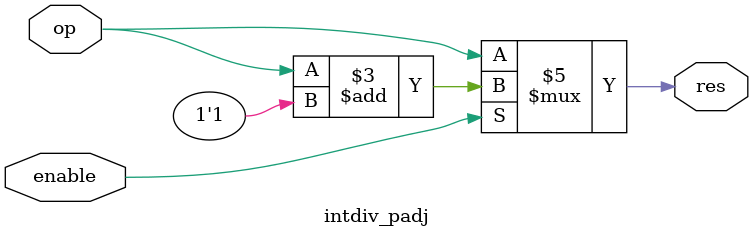
<source format=v>
`timescale 1ns / 1ps

`define ON 1'b1
`define OFF 1'b0

module intdiv_padj(op, res, enable);

  parameter WIDTH=1;

  // IN
  input [WIDTH-1:0] op;
  input enable;
  // OUT
  output [WIDTH-1:0] res;

  reg [WIDTH-1:0] res;
  always @(op or enable)
  begin
    if (enable == `ON) res <= op + 1'b1;
    else res <= op;
  end

endmodule

</source>
